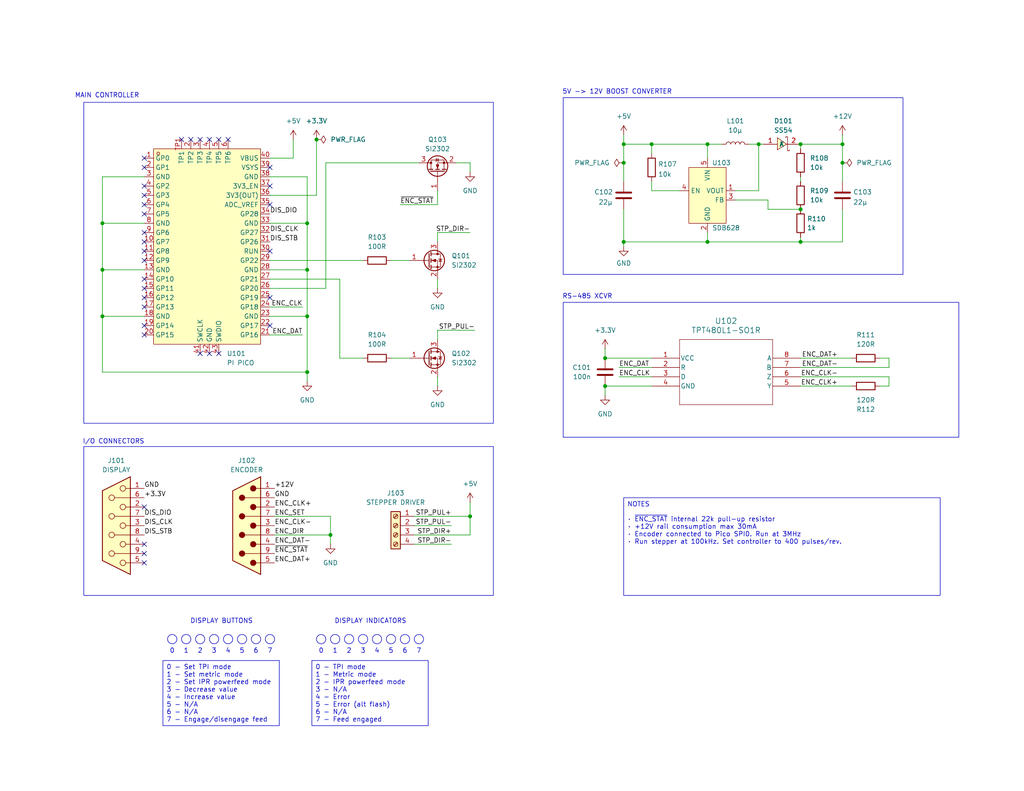
<source format=kicad_sch>
(kicad_sch (version 20231120) (generator "eeschema") (generator_version "8.0")
  (paper "USLetter")
  (title_block (title "ELS interface") (date "2024-11-20") (rev "1"))
  (lib_symbols
    (symbol "2024-11-20_13-32-39:TPT480L1-SO1R" (pin_names (offset 0.254))
      (property "Reference" "U" (at 20.32 10.16 0))
      (property "Value" "TPT480L1-SO1R" (at 20.32 7.62 0))
      (symbol "TPT480L1-SO1R_0_1"
        (polyline (pts (xy 7.62 -12.7) (xy 33.02 -12.7)) (stroke (width 0.127)))
        (polyline (pts (xy 7.62 5.08) (xy 7.62 -12.7)) (stroke (width 0.127)))
        (polyline (pts (xy 33.02 -12.7) (xy 33.02 5.08)) (stroke (width 0.127)))
        (polyline (pts (xy 33.02 5.08) (xy 7.62 5.08)) (stroke (width 0.127)))
        (pin power_in line (at 0 0 0) (length 7.62) (name "VCC") (number "1"))
        (pin output line (at 0 -2.54 0) (length 7.62) (name "R") (number "2"))
        (pin input line (at 0 -5.08 0) (length 7.62) (name "D") (number "3"))
        (pin power_out line (at 0 -7.62 0) (length 7.62) (name "GND") (number "4"))
        (pin output line (at 40.64 -7.62 180) (length 7.62) (name "Y") (number "5"))
        (pin output line (at 40.64 -5.08 180) (length 7.62) (name "Z") (number "6"))
        (pin input line (at 40.64 -2.54 180) (length 7.62) (name "B") (number "7"))
        (pin input line (at 40.64 0 180) (length 7.62) (name "A") (number "8"))
      )
    )
    (symbol "Connector:DE9_Plug" (pin_names (offset 1.016) hide)
      (property "Reference" "J" (at 0 13.97 0))
      (property "Value" "DE9_Plug" (at 0 -14.605 0))
      (symbol "DE9_Plug_0_1"
        (circle (center -1.778 -10.16) (radius 0.762) (fill (type outline)))
        (circle (center -1.778 -5.08) (radius 0.762) (fill (type outline)))
        (circle (center -1.778 0) (radius 0.762) (fill (type outline)))
        (circle (center -1.778 5.08) (radius 0.762) (fill (type outline)))
        (circle (center -1.778 10.16) (radius 0.762) (fill (type outline)))
        (polyline (pts (xy -3.81 -10.16) (xy -2.54 -10.16)))
        (polyline (pts (xy -3.81 -7.62) (xy 0.508 -7.62)))
        (polyline (pts (xy -3.81 -5.08) (xy -2.54 -5.08)))
        (polyline (pts (xy -3.81 -2.54) (xy 0.508 -2.54)))
        (polyline (pts (xy -3.81 0) (xy -2.54 0)))
        (polyline (pts (xy -3.81 2.54) (xy 0.508 2.54)))
        (polyline (pts (xy -3.81 5.08) (xy -2.54 5.08)))
        (polyline (pts (xy -3.81 7.62) (xy 0.508 7.62)))
        (polyline (pts (xy -3.81 10.16) (xy -2.54 10.16)))
        (polyline (pts (xy -3.81 -13.335) (xy -3.81 13.335) (xy 3.81 9.525) (xy 3.81 -9.525) (xy -3.81 -13.335)) (stroke (width 0.254)) (fill (type background)))
        (circle (center 1.27 -7.62) (radius 0.762) (fill (type outline)))
        (circle (center 1.27 -2.54) (radius 0.762) (fill (type outline)))
        (circle (center 1.27 2.54) (radius 0.762) (fill (type outline)))
        (circle (center 1.27 7.62) (radius 0.762) (fill (type outline)))
      )
      (symbol "DE9_Plug_1_1"
        (pin passive line (at -7.62 -10.16 0) (length 3.81) (name "1") (number "1"))
        (pin passive line (at -7.62 -5.08 0) (length 3.81) (name "2") (number "2"))
        (pin passive line (at -7.62 0 0) (length 3.81) (name "3") (number "3"))
        (pin passive line (at -7.62 5.08 0) (length 3.81) (name "4") (number "4"))
        (pin passive line (at -7.62 10.16 0) (length 3.81) (name "5") (number "5"))
        (pin passive line (at -7.62 -7.62 0) (length 3.81) (name "6") (number "6"))
        (pin passive line (at -7.62 -2.54 0) (length 3.81) (name "7") (number "7"))
        (pin passive line (at -7.62 2.54 0) (length 3.81) (name "8") (number "8"))
        (pin passive line (at -7.62 7.62 0) (length 3.81) (name "9") (number "9"))
      )
    )
    (symbol "Connector:DE9_Receptacle" (pin_names (offset 1.016) hide)
      (property "Reference" "J" (at 0 13.97 0))
      (property "Value" "DE9_Receptacle" (at 0 -14.605 0))
      (symbol "DE9_Receptacle_0_1"
        (circle (center -1.778 -10.16) (radius 0.762))
        (circle (center -1.778 -5.08) (radius 0.762))
        (circle (center -1.778 0) (radius 0.762))
        (circle (center -1.778 5.08) (radius 0.762))
        (circle (center -1.778 10.16) (radius 0.762))
        (polyline (pts (xy -3.81 -10.16) (xy -2.54 -10.16)))
        (polyline (pts (xy -3.81 -7.62) (xy 0.508 -7.62)))
        (polyline (pts (xy -3.81 -5.08) (xy -2.54 -5.08)))
        (polyline (pts (xy -3.81 -2.54) (xy 0.508 -2.54)))
        (polyline (pts (xy -3.81 0) (xy -2.54 0)))
        (polyline (pts (xy -3.81 2.54) (xy 0.508 2.54)))
        (polyline (pts (xy -3.81 5.08) (xy -2.54 5.08)))
        (polyline (pts (xy -3.81 7.62) (xy 0.508 7.62)))
        (polyline (pts (xy -3.81 10.16) (xy -2.54 10.16)))
        (polyline (pts (xy -3.81 13.335) (xy -3.81 -13.335) (xy 3.81 -9.525) (xy 3.81 9.525) (xy -3.81 13.335)) (stroke (width 0.254)) (fill (type background)))
        (circle (center 1.27 -7.62) (radius 0.762))
        (circle (center 1.27 -2.54) (radius 0.762))
        (circle (center 1.27 2.54) (radius 0.762))
        (circle (center 1.27 7.62) (radius 0.762))
      )
      (symbol "DE9_Receptacle_1_1"
        (pin passive line (at -7.62 10.16 0) (length 3.81) (name "1") (number "1"))
        (pin passive line (at -7.62 5.08 0) (length 3.81) (name "2") (number "2"))
        (pin passive line (at -7.62 0 0) (length 3.81) (name "3") (number "3"))
        (pin passive line (at -7.62 -5.08 0) (length 3.81) (name "4") (number "4"))
        (pin passive line (at -7.62 -10.16 0) (length 3.81) (name "5") (number "5"))
        (pin passive line (at -7.62 7.62 0) (length 3.81) (name "6") (number "6"))
        (pin passive line (at -7.62 2.54 0) (length 3.81) (name "7") (number "7"))
        (pin passive line (at -7.62 -2.54 0) (length 3.81) (name "8") (number "8"))
        (pin passive line (at -7.62 -7.62 0) (length 3.81) (name "9") (number "9"))
      )
    )
    (symbol "Connector:Screw_Terminal_01x04" (pin_names (offset 1.016) hide)
      (property "Reference" "J" (at 0 5.08 0))
      (property "Value" "Screw_Terminal_01x04" (at 0 -7.62 0))
      (symbol "Screw_Terminal_01x04_1_1"
        (rectangle (start -1.27 3.81) (end 1.27 -6.35) (stroke (width 0.254)) (fill (type background)))
        (circle (center 0 -5.08) (radius 0.635) (stroke (width 0.1524)))
        (circle (center 0 -2.54) (radius 0.635) (stroke (width 0.1524)))
        (polyline (pts (xy -0.5334 -4.7498) (xy 0.3302 -5.588)) (stroke (width 0.1524)))
        (polyline (pts (xy -0.5334 -2.2098) (xy 0.3302 -3.048)) (stroke (width 0.1524)))
        (polyline (pts (xy -0.5334 0.3302) (xy 0.3302 -0.508)) (stroke (width 0.1524)))
        (polyline (pts (xy -0.5334 2.8702) (xy 0.3302 2.032)) (stroke (width 0.1524)))
        (polyline (pts (xy -0.3556 -4.572) (xy 0.508 -5.4102)) (stroke (width 0.1524)))
        (polyline (pts (xy -0.3556 -2.032) (xy 0.508 -2.8702)) (stroke (width 0.1524)))
        (polyline (pts (xy -0.3556 0.508) (xy 0.508 -0.3302)) (stroke (width 0.1524)))
        (polyline (pts (xy -0.3556 3.048) (xy 0.508 2.2098)) (stroke (width 0.1524)))
        (circle (center 0 0) (radius 0.635) (stroke (width 0.1524)))
        (circle (center 0 2.54) (radius 0.635) (stroke (width 0.1524)))
        (pin passive line (at -5.08 2.54 0) (length 3.81) (name "Pin_1") (number "1"))
        (pin passive line (at -5.08 0 0) (length 3.81) (name "Pin_2") (number "2"))
        (pin passive line (at -5.08 -2.54 0) (length 3.81) (name "Pin_3") (number "3"))
        (pin passive line (at -5.08 -5.08 0) (length 3.81) (name "Pin_4") (number "4"))
      )
    )
    (symbol "Device:C" (pin_numbers hide) (pin_names (offset 0.254))
      (property "Reference" "C" (at 0.635 2.54 0))
      (property "Value" "C" (at 0.635 -2.54 0))
      (symbol "C_0_1"
        (polyline (pts (xy -2.032 -0.762) (xy 2.032 -0.762)) (stroke (width 0.508)))
        (polyline (pts (xy -2.032 0.762) (xy 2.032 0.762)) (stroke (width 0.508)))
      )
      (symbol "C_1_1"
        (pin passive line (at 0 3.81 270) (length 2.794) (name "~") (number "1"))
        (pin passive line (at 0 -3.81 90) (length 2.794) (name "~") (number "2"))
      )
    )
    (symbol "Device:L" (pin_numbers hide) (pin_names (offset 1.016) hide)
      (property "Reference" "L" (at -1.27 0 90))
      (property "Value" "L" (at 1.905 0 90))
      (symbol "L_0_1"
        (arc (start 0 -2.54) (mid 0.6323 -1.905) (end 0 -1.27))
        (arc (start 0 -1.27) (mid 0.6323 -0.635) (end 0 0))
        (arc (start 0 0) (mid 0.6323 0.635) (end 0 1.27))
        (arc (start 0 1.27) (mid 0.6323 1.905) (end 0 2.54))
      )
      (symbol "L_1_1"
        (pin passive line (at 0 3.81 270) (length 1.27) (name "1") (number "1"))
        (pin passive line (at 0 -3.81 90) (length 1.27) (name "2") (number "2"))
      )
    )
    (symbol "Device:Q_NMOS_GSD" (pin_names (offset 0) hide)
      (property "Reference" "Q" (at 5.08 1.27 0))
      (property "Value" "Q_NMOS_GSD" (at 5.08 -1.27 0))
      (symbol "Q_NMOS_GSD_0_1"
        (polyline (pts (xy 0.254 0) (xy -2.54 0)))
        (polyline (pts (xy 0.254 1.905) (xy 0.254 -1.905)) (stroke (width 0.254)))
        (polyline (pts (xy 0.762 -1.27) (xy 0.762 -2.286)) (stroke (width 0.254)))
        (polyline (pts (xy 0.762 0.508) (xy 0.762 -0.508)) (stroke (width 0.254)))
        (polyline (pts (xy 0.762 2.286) (xy 0.762 1.27)) (stroke (width 0.254)))
        (polyline (pts (xy 2.54 2.54) (xy 2.54 1.778)))
        (polyline (pts (xy 2.54 -2.54) (xy 2.54 0) (xy 0.762 0)))
        (polyline (pts (xy 0.762 -1.778) (xy 3.302 -1.778) (xy 3.302 1.778) (xy 0.762 1.778)))
        (polyline (pts (xy 1.016 0) (xy 2.032 0.381) (xy 2.032 -0.381) (xy 1.016 0)) (fill (type outline)))
        (polyline (pts (xy 2.794 0.508) (xy 2.921 0.381) (xy 3.683 0.381) (xy 3.81 0.254)))
        (polyline (pts (xy 3.302 0.381) (xy 2.921 -0.254) (xy 3.683 -0.254) (xy 3.302 0.381)))
        (circle (center 1.651 0) (radius 2.794) (stroke (width 0.254)))
        (circle (center 2.54 -1.778) (radius 0.254) (fill (type outline)))
        (circle (center 2.54 1.778) (radius 0.254) (fill (type outline)))
      )
      (symbol "Q_NMOS_GSD_1_1"
        (pin input line (at -5.08 0 0) (length 2.54) (name "G") (number "1"))
        (pin passive line (at 2.54 -5.08 90) (length 2.54) (name "S") (number "2"))
        (pin passive line (at 2.54 5.08 270) (length 2.54) (name "D") (number "3"))
      )
    )
    (symbol "Device:R" (pin_numbers hide) (pin_names (offset 0))
      (property "Reference" "R" (at 2.032 0 90))
      (property "Value" "R" (at 0 0 90))
      (symbol "R_0_1"
        (rectangle (start -1.016 -2.54) (end 1.016 2.54) (stroke (width 0.254)))
      )
      (symbol "R_1_1"
        (pin passive line (at 0 3.81 270) (length 1.27) (name "~") (number "1"))
        (pin passive line (at 0 -3.81 90) (length 1.27) (name "~") (number "2"))
      )
    )
    (symbol "Regulator_Switching:SDB628"
      (property "Reference" "U" (at 3.81 3.81 0))
      (property "Value" "SDB628" (at 6.35 -13.97 0))
      (symbol "SDB628_0_1"
        (rectangle (start -3.81 2.54) (end 6.35 -12.7) (stroke (width 0.1524)) (fill (type background)))
      )
      (symbol "SDB628_1_1"
        (pin power_out line (at 8.89 -3.81 180) (length 2.54) (name "VOUT") (number "1"))
        (pin power_in line (at 1.27 -15.24 90) (length 2.54) (name "GND") (number "2"))
        (pin input line (at 8.89 -6.35 180) (length 2.54) (name "FB") (number "3"))
        (pin input line (at -6.35 -3.81 0) (length 2.54) (name "EN") (number "4"))
        (pin power_in line (at 1.27 5.08 270) (length 2.54) (name "VIN") (number "5"))
      )
    )
    (symbol "easyeda2kicad:PICO"
      (property "Reference" "U" (at 0 34.29 0))
      (property "Value" "PICO" (at 0 -34.29 0))
      (symbol "PICO_0_1"
        (rectangle (start -15.24 26.67) (end 13.97 -26.67) (fill (type background)))
        (circle (center -13.97 25.4) (radius 0.38))
        (pin unspecified line (at -17.78 24.13 0) (length 2.54) (name "GP0") (number "1"))
        (pin unspecified line (at -17.78 1.27 0) (length 2.54) (name "GP7") (number "10"))
        (pin unspecified line (at -17.78 -1.27 0) (length 2.54) (name "GP8") (number "11"))
        (pin unspecified line (at -17.78 -3.81 0) (length 2.54) (name "GP9") (number "12"))
        (pin unspecified line (at -17.78 -6.35 0) (length 2.54) (name "GND") (number "13"))
        (pin unspecified line (at -17.78 -8.89 0) (length 2.54) (name "GP10") (number "14"))
        (pin unspecified line (at -17.78 -11.43 0) (length 2.54) (name "GP11") (number "15"))
        (pin unspecified line (at -17.78 -13.97 0) (length 2.54) (name "GP12") (number "16"))
        (pin unspecified line (at -17.78 -16.51 0) (length 2.54) (name "GP13") (number "17"))
        (pin unspecified line (at -17.78 -19.05 0) (length 2.54) (name "GND") (number "18"))
        (pin unspecified line (at -17.78 -21.59 0) (length 2.54) (name "GP14") (number "19"))
        (pin unspecified line (at -17.78 21.59 0) (length 2.54) (name "GP1") (number "2"))
        (pin unspecified line (at -5.08 29.21 270) (length 2.54) (name "TP2") (number "2"))
        (pin unspecified line (at -17.78 -24.13 0) (length 2.54) (name "GP15") (number "20"))
        (pin unspecified line (at 16.51 -24.13 180) (length 2.54) (name "GP16") (number "21"))
        (pin unspecified line (at 16.51 -21.59 180) (length 2.54) (name "GP17") (number "22"))
        (pin unspecified line (at 16.51 -19.05 180) (length 2.54) (name "GND") (number "23"))
        (pin unspecified line (at 16.51 -16.51 180) (length 2.54) (name "GP18") (number "24"))
        (pin unspecified line (at 16.51 -13.97 180) (length 2.54) (name "GP19") (number "25"))
        (pin unspecified line (at 16.51 -11.43 180) (length 2.54) (name "GP20") (number "26"))
        (pin unspecified line (at 16.51 -8.89 180) (length 2.54) (name "GP21") (number "27"))
        (pin unspecified line (at 16.51 -6.35 180) (length 2.54) (name "GND") (number "28"))
        (pin unspecified line (at 16.51 -3.81 180) (length 2.54) (name "GP22") (number "29"))
        (pin unspecified line (at -17.78 19.05 0) (length 2.54) (name "GND") (number "3"))
        (pin unspecified line (at -2.54 29.21 270) (length 2.54) (name "TP3") (number "3"))
        (pin unspecified line (at 16.51 -1.27 180) (length 2.54) (name "RUN") (number "30"))
        (pin unspecified line (at 16.51 1.27 180) (length 2.54) (name "GP26") (number "31"))
        (pin unspecified line (at 16.51 3.81 180) (length 2.54) (name "GP27") (number "32"))
        (pin unspecified line (at 16.51 6.35 180) (length 2.54) (name "GND") (number "33"))
        (pin unspecified line (at 16.51 8.89 180) (length 2.54) (name "GP28") (number "34"))
        (pin unspecified line (at 16.51 11.43 180) (length 2.54) (name "ADC_VREF") (number "35"))
        (pin unspecified line (at 16.51 13.97 180) (length 2.54) (name "3V3(OUT)") (number "36"))
        (pin unspecified line (at 16.51 16.51 180) (length 2.54) (name "3V3_EN") (number "37"))
        (pin unspecified line (at 16.51 19.05 180) (length 2.54) (name "GND") (number "38"))
        (pin unspecified line (at 16.51 21.59 180) (length 2.54) (name "VSYS") (number "39"))
        (pin unspecified line (at -17.78 16.51 0) (length 2.54) (name "GP2") (number "4"))
        (pin unspecified line (at 0 29.21 270) (length 2.54) (name "TP4") (number "4"))
        (pin unspecified line (at 16.51 24.13 180) (length 2.54) (name "VBUS") (number "40"))
        (pin unspecified line (at -2.54 -29.21 90) (length 2.54) (name "SWCLK") (number "41"))
        (pin unspecified line (at 0 -29.21 90) (length 2.54) (name "GND") (number "42"))
        (pin unspecified line (at 2.54 -29.21 90) (length 2.54) (name "SWDIO") (number "43"))
        (pin unspecified line (at -17.78 13.97 0) (length 2.54) (name "GP3") (number "5"))
        (pin unspecified line (at 2.54 29.21 270) (length 2.54) (name "TP5") (number "5"))
        (pin unspecified line (at -17.78 11.43 0) (length 2.54) (name "GP4") (number "6"))
        (pin unspecified line (at 5.08 29.21 270) (length 2.54) (name "TP6") (number "6"))
        (pin unspecified line (at -17.78 8.89 0) (length 2.54) (name "GP5") (number "7"))
        (pin unspecified line (at -17.78 6.35 0) (length 2.54) (name "GND") (number "8"))
        (pin unspecified line (at -17.78 3.81 0) (length 2.54) (name "GP6") (number "9"))
        (pin unspecified line (at -7.62 29.21 270) (length 2.54) (name "TP1") (number "TP1"))
      )
    )
    (symbol "easyeda2kicad:SS54_C22452"
      (property "Reference" "D" (at 0 5.08 0))
      (property "Value" "SS54_C22452" (at 0 -5.08 0))
      (symbol "SS54_C22452_0_1"
        (polyline (pts (xy 1.27 1.52) (xy -1.27 0) (xy 1.27 -1.78) (xy 1.27 1.52)) (fill (type background)))
        (polyline (pts (xy -2.03 1.52) (xy -2.03 1.78) (xy -1.52 1.78) (xy -1.52 -2.03) (xy -1.02 -2.03) (xy -1.02 -1.78)))
        (pin unspecified line (at 5.08 0 180) (length 3.81) (name "A") (number "1"))
        (pin unspecified line (at -5.08 0 0) (length 3.81) (name "K") (number "2"))
      )
    )
    (symbol "power:+12V" (power) (pin_numbers hide) (pin_names (offset 0) hide)
      (property "Value" "+12V" (at 0 3.556 0))
      (symbol "+12V_0_1"
        (polyline (pts (xy -0.762 1.27) (xy 0 2.54)))
        (polyline (pts (xy 0 0) (xy 0 2.54)))
        (polyline (pts (xy 0 2.54) (xy 0.762 1.27)))
      )
      (symbol "+12V_1_1"
        (pin power_in line (at 0 0 90) (length 0) (name "~") (number "1"))
      )
    )
    (symbol "power:+3.3V" (power) (pin_numbers hide) (pin_names (offset 0) hide)
      (property "Value" "+3.3V" (at 0 3.556 0))
      (symbol "+3.3V_0_1"
        (polyline (pts (xy -0.762 1.27) (xy 0 2.54)))
        (polyline (pts (xy 0 0) (xy 0 2.54)))
        (polyline (pts (xy 0 2.54) (xy 0.762 1.27)))
      )
      (symbol "+3.3V_1_1"
        (pin power_in line (at 0 0 90) (length 0) (name "~") (number "1"))
      )
    )
    (symbol "power:+5V" (power) (pin_numbers hide) (pin_names (offset 0) hide)
      (property "Value" "+5V" (at 0 3.556 0))
      (symbol "+5V_0_1"
        (polyline (pts (xy -0.762 1.27) (xy 0 2.54)))
        (polyline (pts (xy 0 0) (xy 0 2.54)))
        (polyline (pts (xy 0 2.54) (xy 0.762 1.27)))
      )
      (symbol "+5V_1_1"
        (pin power_in line (at 0 0 90) (length 0) (name "~") (number "1"))
      )
    )
    (symbol "power:GND" (power) (pin_numbers hide) (pin_names (offset 0) hide)
      (property "Value" "GND" (at 0 -3.81 0))
      (symbol "GND_0_1"
        (polyline (pts (xy 0 0) (xy 0 -1.27) (xy 1.27 -1.27) (xy 0 -2.54) (xy -1.27 -1.27) (xy 0 -1.27)))
      )
      (symbol "GND_1_1"
        (pin power_in line (at 0 0 270) (length 0) (name "~") (number "1"))
      )
    )
    (symbol "power:PWR_FLAG" (power) (pin_numbers hide) (pin_names (offset 0) hide)
      (property "Value" "PWR_FLAG" (at 0 3.81 0))
      (symbol "PWR_FLAG_0_0"
        (pin power_out line (at 0 0 90) (length 0) (name "~") (number "1"))
      )
      (symbol "PWR_FLAG_0_1"
        (polyline (pts (xy 0 0) (xy 0 1.27) (xy -1.016 1.905) (xy 0 2.54) (xy 1.016 1.905) (xy 0 1.27)))
      )
    )
  )
  (junction (at 177.8 39.37))
  (junction (at 83.82 101.6))
  (junction (at 27.94 60.96))
  (junction (at 218.44 39.37))
  (junction (at 90.17 146.05))
  (junction (at 218.44 57.15))
  (junction (at 170.18 44.45))
  (junction (at 27.94 73.66))
  (junction (at 218.44 66.04))
  (junction (at 229.87 44.45))
  (junction (at 193.04 66.04))
  (junction (at 165.1 105.41))
  (junction (at 170.18 39.37))
  (junction (at 229.87 39.37))
  (junction (at 170.18 66.04))
  (junction (at 207.01 39.37))
  (junction (at 83.82 86.36))
  (junction (at 193.04 39.37))
  (junction (at 83.82 73.66))
  (junction (at 128.27 140.97))
  (junction (at 165.1 97.79))
  (junction (at 83.82 60.96))
  (junction (at 27.94 86.36))
  (junction (at 86.36 38.1))
  (no_connect (at 73.66 45.72))
  (no_connect (at 62.23 38.1))
  (no_connect (at 57.15 96.52))
  (no_connect (at 39.37 63.5))
  (no_connect (at 59.69 38.1))
  (no_connect (at 54.61 96.52))
  (no_connect (at 59.69 96.52))
  (no_connect (at 57.15 38.1))
  (no_connect (at 39.37 50.8))
  (no_connect (at 39.37 78.74))
  (no_connect (at 54.61 38.1))
  (no_connect (at 73.66 50.8))
  (no_connect (at 39.37 88.9))
  (no_connect (at 39.37 53.34))
  (no_connect (at 73.66 88.9))
  (no_connect (at 39.37 153.67))
  (no_connect (at 39.37 58.42))
  (no_connect (at 39.37 148.59))
  (no_connect (at 39.37 83.82))
  (no_connect (at 39.37 91.44))
  (no_connect (at 39.37 43.18))
  (no_connect (at 73.66 68.58))
  (no_connect (at 39.37 45.72))
  (no_connect (at 73.66 55.88))
  (no_connect (at 39.37 138.43))
  (no_connect (at 39.37 66.04))
  (no_connect (at 39.37 76.2))
  (no_connect (at 39.37 81.28))
  (no_connect (at 39.37 71.12))
  (no_connect (at 39.37 151.13))
  (no_connect (at 73.66 81.28))
  (no_connect (at 52.07 38.1))
  (no_connect (at 49.53 38.1))
  (no_connect (at 39.37 55.88))
  (no_connect (at 39.37 68.58))
  (wire (pts (xy 73.66 78.74) (xy 88.9 78.74)))
  (wire (pts (xy 128.27 146.05) (xy 128.27 140.97)))
  (wire (pts (xy 119.38 63.5) (xy 119.38 66.04)))
  (wire (pts (xy 170.18 49.53) (xy 170.18 44.45)))
  (wire (pts (xy 218.44 39.37) (xy 218.44 40.64)))
  (wire (pts (xy 165.1 95.25) (xy 165.1 97.79)))
  (wire (pts (xy 86.36 38.1) (xy 86.36 53.34)))
  (wire (pts (xy 165.1 105.41) (xy 177.8 105.41)))
  (wire (pts (xy 27.94 73.66) (xy 39.37 73.66)))
  (wire (pts (xy 218.44 64.77) (xy 218.44 66.04)))
  (wire (pts (xy 229.87 44.45) (xy 229.87 49.53)))
  (wire (pts (xy 119.38 76.2) (xy 119.38 78.74)))
  (wire (pts (xy 73.66 48.26) (xy 83.82 48.26)))
  (wire (pts (xy 128.27 63.5) (xy 119.38 63.5)))
  (wire (pts (xy 165.1 97.79) (xy 177.8 97.79)))
  (wire (pts (xy 240.03 97.79) (xy 242.57 97.79)))
  (wire (pts (xy 207.01 39.37) (xy 208.28 39.37)))
  (wire (pts (xy 90.17 146.05) (xy 90.17 148.59)))
  (wire (pts (xy 170.18 67.31) (xy 170.18 66.04)))
  (wire (pts (xy 73.66 76.2) (xy 92.71 76.2)))
  (wire (pts (xy 242.57 100.33) (xy 242.57 97.79)))
  (wire (pts (xy 73.66 60.96) (xy 83.82 60.96)))
  (wire (pts (xy 185.42 52.07) (xy 177.8 52.07)))
  (wire (pts (xy 88.9 78.74) (xy 88.9 44.45)))
  (wire (pts (xy 106.68 97.79) (xy 111.76 97.79)))
  (wire (pts (xy 39.37 48.26) (xy 27.94 48.26)))
  (wire (pts (xy 129.54 90.17) (xy 119.38 90.17)))
  (wire (pts (xy 218.44 102.87) (xy 242.57 102.87)))
  (wire (pts (xy 119.38 55.88) (xy 119.38 52.07)))
  (wire (pts (xy 73.66 73.66) (xy 83.82 73.66)))
  (wire (pts (xy 200.66 52.07) (xy 207.01 52.07)))
  (wire (pts (xy 128.27 46.99) (xy 128.27 44.45)))
  (wire (pts (xy 168.91 102.87) (xy 177.8 102.87)))
  (wire (pts (xy 165.1 105.41) (xy 165.1 107.95)))
  (wire (pts (xy 109.22 55.88) (xy 119.38 55.88)))
  (wire (pts (xy 229.87 66.04) (xy 229.87 57.15)))
  (wire (pts (xy 83.82 48.26) (xy 83.82 60.96)))
  (wire (pts (xy 218.44 97.79) (xy 232.41 97.79)))
  (wire (pts (xy 83.82 101.6) (xy 83.82 104.14)))
  (wire (pts (xy 240.03 105.41) (xy 242.57 105.41)))
  (wire (pts (xy 80.01 43.18) (xy 80.01 38.1)))
  (wire (pts (xy 27.94 101.6) (xy 83.82 101.6)))
  (wire (pts (xy 177.8 49.53) (xy 177.8 52.07)))
  (wire (pts (xy 119.38 90.17) (xy 119.38 92.71)))
  (wire (pts (xy 168.91 100.33) (xy 177.8 100.33)))
  (wire (pts (xy 82.55 83.82) (xy 73.66 83.82)))
  (wire (pts (xy 170.18 66.04) (xy 193.04 66.04)))
  (wire (pts (xy 170.18 39.37) (xy 177.8 39.37)))
  (wire (pts (xy 74.93 146.05) (xy 90.17 146.05)))
  (wire (pts (xy 82.55 91.44) (xy 73.66 91.44)))
  (wire (pts (xy 113.03 140.97) (xy 128.27 140.97)))
  (wire (pts (xy 204.47 39.37) (xy 207.01 39.37)))
  (wire (pts (xy 177.8 39.37) (xy 177.8 41.91)))
  (wire (pts (xy 207.01 52.07) (xy 207.01 39.37)))
  (wire (pts (xy 123.19 148.59) (xy 113.03 148.59)))
  (wire (pts (xy 218.44 105.41) (xy 232.41 105.41)))
  (wire (pts (xy 83.82 60.96) (xy 83.82 73.66)))
  (wire (pts (xy 73.66 53.34) (xy 86.36 53.34)))
  (wire (pts (xy 218.44 39.37) (xy 229.87 39.37)))
  (wire (pts (xy 128.27 140.97) (xy 128.27 137.16)))
  (wire (pts (xy 242.57 105.41) (xy 242.57 102.87)))
  (wire (pts (xy 218.44 100.33) (xy 242.57 100.33)))
  (wire (pts (xy 170.18 44.45) (xy 170.18 39.37)))
  (wire (pts (xy 170.18 66.04) (xy 170.18 57.15)))
  (wire (pts (xy 90.17 140.97) (xy 90.17 146.05)))
  (wire (pts (xy 177.8 39.37) (xy 193.04 39.37)))
  (wire (pts (xy 27.94 86.36) (xy 39.37 86.36)))
  (wire (pts (xy 73.66 43.18) (xy 80.01 43.18)))
  (wire (pts (xy 88.9 44.45) (xy 114.3 44.45)))
  (wire (pts (xy 229.87 36.83) (xy 229.87 39.37)))
  (wire (pts (xy 83.82 73.66) (xy 83.82 86.36)))
  (wire (pts (xy 170.18 36.83) (xy 170.18 39.37)))
  (wire (pts (xy 113.03 146.05) (xy 128.27 146.05)))
  (wire (pts (xy 73.66 71.12) (xy 99.06 71.12)))
  (wire (pts (xy 218.44 66.04) (xy 229.87 66.04)))
  (wire (pts (xy 119.38 102.87) (xy 119.38 105.41)))
  (wire (pts (xy 106.68 71.12) (xy 111.76 71.12)))
  (wire (pts (xy 209.55 57.15) (xy 209.55 54.61)))
  (wire (pts (xy 229.87 39.37) (xy 229.87 44.45)))
  (wire (pts (xy 27.94 73.66) (xy 27.94 86.36)))
  (wire (pts (xy 27.94 60.96) (xy 27.94 73.66)))
  (wire (pts (xy 27.94 60.96) (xy 39.37 60.96)))
  (wire (pts (xy 92.71 97.79) (xy 99.06 97.79)))
  (wire (pts (xy 92.71 76.2) (xy 92.71 97.79)))
  (wire (pts (xy 193.04 39.37) (xy 193.04 43.18)))
  (wire (pts (xy 193.04 66.04) (xy 193.04 63.5)))
  (wire (pts (xy 27.94 86.36) (xy 27.94 101.6)))
  (wire (pts (xy 73.66 86.36) (xy 83.82 86.36)))
  (wire (pts (xy 218.44 57.15) (xy 209.55 57.15)))
  (wire (pts (xy 218.44 48.26) (xy 218.44 49.53)))
  (wire (pts (xy 27.94 48.26) (xy 27.94 60.96)))
  (wire (pts (xy 74.93 140.97) (xy 90.17 140.97)))
  (wire (pts (xy 193.04 66.04) (xy 218.44 66.04)))
  (wire (pts (xy 196.85 39.37) (xy 193.04 39.37)))
  (wire (pts (xy 123.19 143.51) (xy 113.03 143.51)))
  (wire (pts (xy 83.82 86.36) (xy 83.82 101.6)))
  (wire (pts (xy 200.66 54.61) (xy 209.55 54.61)))
  (wire (pts (xy 128.27 44.45) (xy 124.46 44.45)))
  (circle (center 102.87 174.498) (radius 1.27))
  (circle (center 62.23 174.498) (radius 1.27))
  (rectangle (start 153.67 26.67) (end 246.38 74.93))
  (circle (center 87.63 174.498) (radius 1.27))
  (circle (center 95.25 174.498) (radius 1.27))
  (circle (center 58.42 174.498) (radius 1.27))
  (circle (center 69.85 174.498) (radius 1.27))
  (rectangle (start 22.86 121.92) (end 134.62 162.56))
  (rectangle (start 153.67 82.55) (end 261.62 119.38))
  (circle (center 91.44 174.498) (radius 1.27))
  (rectangle (start 22.86 27.94) (end 134.62 115.57))
  (circle (center 110.49 174.498) (radius 1.27))
  (circle (center 54.61 174.498) (radius 1.27))
  (circle (center 114.3 174.498) (radius 1.27))
  (circle (center 99.06 174.498) (radius 1.27))
  (circle (center 46.99 174.498) (radius 1.27))
  (circle (center 50.8 174.498) (radius 1.27))
  (circle (center 106.68 174.498) (radius 1.27))
  (circle (center 66.04 174.498) (radius 1.27))
  (circle (center 73.66 174.498) (radius 1.27))
  (text_box "0 - TPI mode\n1 - Metric mode\n2 - IPR powerfeed mode\n3 - N/A\n4 - Error\n5 - Error (alt flash)\n6 - N/A\n7 - Feed engaged" (at 85.09 180.34 0) (size 31.75 17.78) (effects (font (size 1.27 1.27)) (justify left top)))
  (text_box "NOTES\n\n· ~{ENC_STAT} internal 22k pull-up resistor\n· +12V rail consumption max 30mA\n· Encoder connected to Pico SPI0. Run at 3MHz\n· Run stepper at 100kHz. Set controller to 400 pulses/rev." (at 170.18 135.89 0) (size 86.36 26.67) (effects (font (size 1.27 1.27)) (justify left top)))
  (text_box "0 - Set TPI mode\n1 - Set metric mode\n2 - Set IPR powerfeed mode\n3 - Decrease value\n4 - Increase value\n5 - N/A\n6 - N/A\n7 - Engage/disengage feed" (at 44.45 180.34 0) (size 31.75 17.78) (effects (font (size 1.27 1.27)) (justify left top)))
  (text "1" (at 91.44 177.8 0) (effects (font (size 1.27 1.27))))
  (text "3" (at 99.06 177.8 0) (effects (font (size 1.27 1.27))))
  (text "7" (at 114.3 177.8 0) (effects (font (size 1.27 1.27))))
  (text "4" (at 102.87 177.8 0) (effects (font (size 1.27 1.27))))
  (text "MAIN CONTROLLER" (at 29.21 26.162 0) (effects (font (size 1.27 1.27))))
  (text "3" (at 58.42 177.8 0) (effects (font (size 1.27 1.27))))
  (text "2" (at 95.25 177.8 0) (effects (font (size 1.27 1.27))))
  (text "DISPLAY INDICATORS" (at 101.092 169.672 0) (effects (font (size 1.27 1.27))))
  (text "DISPLAY BUTTONS" (at 60.452 169.672 0) (effects (font (size 1.27 1.27))))
  (text "5V -> 12V BOOST CONVERTER" (at 168.402 25.146 0) (effects (font (size 1.27 1.27))))
  (text "4" (at 62.23 177.8 0) (effects (font (size 1.27 1.27))))
  (text "5" (at 66.04 177.8 0) (effects (font (size 1.27 1.27))))
  (text "6" (at 69.85 177.8 0) (effects (font (size 1.27 1.27))))
  (text "0" (at 46.99 177.8 0) (effects (font (size 1.27 1.27))))
  (text "1" (at 50.8 177.8 0) (effects (font (size 1.27 1.27))))
  (text "5" (at 106.68 177.8 0) (effects (font (size 1.27 1.27))))
  (text "6" (at 110.49 177.8 0) (effects (font (size 1.27 1.27))))
  (text "2" (at 54.61 177.8 0) (effects (font (size 1.27 1.27))))
  (text "7" (at 73.66 177.8 0) (effects (font (size 1.27 1.27))))
  (text "I/O CONNECTORS" (at 30.988 120.65 0) (effects (font (size 1.27 1.27))))
  (text "RS-485 XCVR" (at 160.274 81.026 0) (effects (font (size 1.27 1.27))))
  (text "0" (at 87.63 177.8 0) (effects (font (size 1.27 1.27))))
  (label "ENC_DAT" (at 168.91 100.33 0))
  (label "GND" (at 39.37 133.35 0))
  (label "GND" (at 74.93 135.89 0))
  (label "+12V" (at 74.93 133.35 0))
  (label "DIS_DIO" (at 73.66 58.42 0))
  (label "~{ENC_STAT}" (at 74.93 151.13 0))
  (label "~{ENC_STAT}" (at 109.22 55.88 0))
  (label "STP_PUL-" (at 129.54 90.17 180))
  (label "DIS_DIO" (at 39.37 140.97 0))
  (label "ENC_DAT-" (at 74.93 148.59 0))
  (label "ENC_DAT" (at 82.55 91.44 180))
  (label "ENC_CLK" (at 168.91 102.87 0))
  (label "DIS_CLK" (at 39.37 143.51 0))
  (label "ENC_CLK-" (at 228.6 102.87 180))
  (label "STP_DIR-" (at 123.19 148.59 180))
  (label "ENC_DIR" (at 74.93 146.05 0))
  (label "DIS_STB" (at 73.66 66.04 0))
  (label "ENC_DAT-" (at 228.6 100.33 180))
  (label "ENC_CLK-" (at 74.93 143.51 0))
  (label "ENC_SET" (at 74.93 140.97 0))
  (label "STP_DIR+" (at 123.19 146.05 180))
  (label "ENC_CLK+" (at 74.93 138.43 0))
  (label "STP_DIR-" (at 128.27 63.5 180))
  (label "+3.3V" (at 39.37 135.89 0))
  (label "ENC_DAT+" (at 228.6 97.79 180))
  (label "ENC_CLK" (at 82.55 83.82 180))
  (label "ENC_DAT+" (at 74.93 153.67 0))
  (label "ENC_CLK+" (at 228.6 105.41 180))
  (label "STP_PUL+" (at 123.19 140.97 180))
  (label "DIS_CLK" (at 73.66 63.5 0))
  (label "STP_PUL-" (at 123.19 143.51 180))
  (label "DIS_STB" (at 39.37 146.05 0))
  (symbol (lib_id "power:PWR_FLAG") (at 170.18 44.45 90) (unit 1)
    (property "Reference" "#FLG0102" (effects (hide yes)))
    (property "Value" "PWR_FLAG" (at 166.37 44.4499 90) (effects (justify left)))
    (property "Description" "Special symbol for telling ERC where power comes from" (effects (hide yes)))
  )
  (symbol (lib_id "power:+12V") (at 229.87 36.83 0) (unit 1)
    (property "Reference" "#PWR0114" (effects (hide yes)))
    (property "Value" "+12V" (at 229.87 31.75 0))
    (property "Description" "Power symbol creates a global label with name \"+12V\"" (effects (hide yes)))
  )
  (symbol (lib_id "Device:R") (at 177.8 45.72 0) (unit 1)
    (property "Reference" "R107" (at 179.578 44.8115 0) (effects (justify left)))
    (property "Value" "10k" (at 179.578 47.5866 0) (effects (justify left)))
    (property "Footprint" "Resistor_SMD:R_1206_3216Metric_Pad1.30x1.75mm_HandSolder" (effects (hide yes)))
  )
  (symbol (lib_id "power:GND") (at 119.38 105.41 0) (unit 1)
    (property "Reference" "#PWR0107" (effects (hide yes)))
    (property "Value" "GND" (at 119.38 110.49 0))
    (property "Description" "Power symbol creates a global label with name \"GND\" , ground" (effects (hide yes)))
  )
  (symbol (lib_id "power:GND") (at 83.82 104.14 0) (unit 1)
    (property "Reference" "#PWR0103" (effects (hide yes)))
    (property "Value" "GND" (at 83.82 109.22 0))
    (property "Description" "Power symbol creates a global label with name \"GND\" , ground" (effects (hide yes)))
  )
  (symbol (lib_id "Device:R") (at 218.44 44.45 0) (unit 1)
    (property "Reference" "R108" (at 220.98 43.1799 0) (effects (justify left)))
    (property "Value" "10k" (at 220.98 45.7199 0) (effects (justify left)))
    (property "Footprint" "Resistor_SMD:R_1206_3216Metric_Pad1.30x1.75mm_HandSolder" (effects (hide yes)))
    (property "Description" "Resistor" (effects (hide yes)))
    (property "MPN" "C17902" (effects (hide yes)))
  )
  (symbol (lib_id "power:+3.3V") (at 86.36 38.1 0) (unit 1)
    (property "Reference" "#PWR0104" (effects (hide yes)))
    (property "Value" "+3.3V" (at 86.36 33.02 0))
    (property "Description" "Power symbol creates a global label with name \"+3.3V\"" (effects (hide yes)))
  )
  (symbol (lib_id "power:GND") (at 90.17 148.59 0) (unit 1)
    (property "Reference" "#PWR0105" (effects (hide yes)))
    (property "Value" "GND" (at 90.17 153.67 0))
    (property "Description" "Power symbol creates a global label with name \"GND\" , ground" (effects (hide yes)))
  )
  (symbol (lib_id "power:PWR_FLAG") (at 229.87 44.45 270) (unit 1)
    (property "Reference" "#FLG0103" (effects (hide yes)))
    (property "Value" "PWR_FLAG" (at 233.68 44.4499 90) (effects (justify left)))
    (property "Description" "Special symbol for telling ERC where power comes from" (effects (hide yes)))
  )
  (symbol (lib_id "power:+3.3V") (at 165.1 95.25 0) (unit 1)
    (property "Reference" "#PWR0110" (effects (hide yes)))
    (property "Value" "+3.3V" (at 165.1 90.17 0))
    (property "Description" "Power symbol creates a global label with name \"+3.3V\"" (effects (hide yes)))
  )
  (symbol (lib_id "Device:L") (at 200.66 39.37 90) (unit 1)
    (property "Reference" "L101" (at 200.66 33.02 90))
    (property "Value" "10µ" (at 200.66 35.56 90))
    (property "Footprint" "Inductor_SMD:L_6.3x6.3_H3" (effects (hide yes)))
  )
  (symbol (lib_id "power:GND") (at 128.27 46.99 0) (unit 1)
    (property "Reference" "#PWR0108" (effects (hide yes)))
    (property "Value" "GND" (at 128.27 52.07 0))
    (property "Description" "Power symbol creates a global label with name \"GND\" , ground" (effects (hide yes)))
  )
  (symbol (lib_id "power:+5V") (at 170.18 36.83 0) (unit 1)
    (property "Reference" "#PWR0112" (effects (hide yes)))
    (property "Value" "+5V" (at 170.18 31.75 0))
    (property "Description" "Power symbol creates a global label with name \"+5V\"" (effects (hide yes)))
  )
  (symbol (lib_id "Regulator_Switching:SDB628") (at 191.77 48.26 0) (unit 1)
    (property "Reference" "U103" (at 196.85 44.45 0))
    (property "Value" "SDB628" (at 198.12 62.23 0))
    (property "Footprint" "Package_TO_SOT_SMD:SOT-23-6_Handsoldering" (effects (hide yes)))
    (property "Datasheet" "https://datasheetspdf.com/pdf-file/1088422/SHOUDING/SDB628/1" (effects (hide yes)))
  )
  (symbol (lib_id "Device:R") (at 102.87 97.79 90) (unit 1)
    (property "Reference" "R104" (at 102.87 91.44 90))
    (property "Value" "100R" (at 102.87 93.98 90))
    (property "Footprint" "Resistor_SMD:R_1206_3216Metric_Pad1.30x1.75mm_HandSolder" (effects (hide yes)))
    (property "Description" "Resistor" (effects (hide yes)))
    (property "MPN" "C17901" (effects (hide yes)))
  )
  (symbol (lib_id "Device:R") (at 236.22 97.79 90) (unit 1)
    (property "Reference" "R111" (at 236.22 91.44 90))
    (property "Value" "120R" (at 236.22 93.98 90))
    (property "Footprint" "Resistor_SMD:R_1206_3216Metric_Pad1.30x1.75mm_HandSolder" (effects (hide yes)))
    (property "Description" "Resistor" (effects (hide yes)))
  )
  (symbol (lib_id "Device:R") (at 218.44 53.34 0) (unit 1)
    (property "Reference" "R109" (at 220.98 52.0699 0) (effects (justify left)))
    (property "Value" "10k" (at 220.98 54.6099 0) (effects (justify left)))
    (property "Footprint" "Resistor_SMD:R_1206_3216Metric_Pad1.30x1.75mm_HandSolder" (effects (hide yes)))
    (property "Description" "Resistor" (effects (hide yes)))
    (property "MPN" "C17902" (effects (hide yes)))
  )
  (symbol (lib_id "Connector:DE9_Plug") (at 67.31 143.51 180) (unit 1)
    (property "Reference" "J102" (at 67.31 125.73 0))
    (property "Value" "ENCODER" (at 67.31 128.27 0))
    (property "Footprint" "Connector_Dsub:DSUB-9_Male_Horizontal_P2.77x2.84mm_EdgePinOffset7.70mm_Housed_MountingHolesOffset9.12mm" (effects (hide yes)))
    (property "Description" "9-pin male plug pin D-SUB connector" (effects (hide yes)))
  )
  (symbol (lib_id "power:+5V") (at 80.01 38.1 0) (unit 1)
    (property "Reference" "#PWR0102" (effects (hide yes)))
    (property "Value" "+5V" (at 80.01 33.02 0))
    (property "Description" "Power symbol creates a global label with name \"+5V\"" (effects (hide yes)))
  )
  (symbol (lib_id "Device:C") (at 229.87 53.34 0) (unit 1)
    (property "Reference" "C103" (at 232.791 52.4315 0) (effects (justify left)))
    (property "Value" "22µ" (at 232.791 55.2066 0) (effects (justify left)))
    (property "Footprint" "Capacitor_SMD:C_1206_3216Metric_Pad1.33x1.80mm_HandSolder" (effects (hide yes)))
  )
  (symbol (lib_id "Connector:DE9_Receptacle") (at 31.75 143.51 0) (mirror y) (unit 1)
    (property "Reference" "J101" (at 31.75 125.73 0))
    (property "Value" "DISPLAY" (at 31.75 128.27 0))
    (property "Footprint" "Connector_Dsub:DSUB-9_Female_Horizontal_P2.77x2.84mm_EdgePinOffset7.70mm_Housed_MountingHolesOffset9.12mm" (effects (hide yes)))
    (property "Description" "9-pin female receptacle socket D-SUB connector" (effects (hide yes)))
  )
  (symbol (lib_id "Device:R") (at 102.87 71.12 90) (unit 1)
    (property "Reference" "R103" (at 102.87 64.77 90))
    (property "Value" "100R" (at 102.87 67.31 90))
    (property "Footprint" "Resistor_SMD:R_1206_3216Metric_Pad1.30x1.75mm_HandSolder" (effects (hide yes)))
    (property "Description" "Resistor" (effects (hide yes)))
    (property "MPN" "C17901" (effects (hide yes)))
  )
  (symbol (lib_id "power:GND") (at 165.1 107.95 0) (unit 1)
    (property "Reference" "#PWR0111" (effects (hide yes)))
    (property "Value" "GND" (at 165.1 113.03 0))
    (property "Description" "Power symbol creates a global label with name \"GND\" , ground" (effects (hide yes)))
  )
  (symbol (lib_id "power:GND") (at 170.18 67.31 0) (unit 1)
    (property "Reference" "#PWR0113" (effects (hide yes)))
    (property "Value" "GND" (at 170.18 71.8725 0))
  )
  (symbol (lib_id "easyeda2kicad:SS54_C22452") (at 213.36 39.37 180) (unit 1)
    (property "Reference" "D101" (at 213.74 33.02 0))
    (property "Value" "SS54" (at 213.74 35.56 0))
    (property "Footprint" "easyeda2kicad:SMA_L4.4-W2.8-LS5.4-R-RD" (effects (hide yes)))
    (property "Datasheet" "https://lcsc.com/product-detail/Schottky-Barrier-Diodes-SBD_SS54_C22452.html" (effects (hide yes)))
    (property "LCSC Part" "C22452" (effects (hide yes)))
  )
  (symbol (lib_id "Device:R") (at 218.44 60.96 0) (unit 1)
    (property "Reference" "R110" (at 220.218 59.7478 0) (effects (justify left)))
    (property "Value" "1k" (at 220.218 62.1721 0) (effects (justify left)))
    (property "Footprint" "Resistor_SMD:R_1206_3216Metric_Pad1.30x1.75mm_HandSolder" (effects (hide yes)))
    (property "Description" "Resistor" (effects (hide yes)))
    (property "MPN" "C4410" (effects (hide yes)))
  )
  (symbol (lib_id "Device:C") (at 165.1 101.6 0) (mirror y) (unit 1)
    (property "Reference" "C101" (at 161.29 100.3299 0) (effects (justify left)))
    (property "Value" "100n" (at 161.29 102.8699 0) (effects (justify left)))
    (property "Footprint" "Capacitor_SMD:C_1206_3216Metric_Pad1.33x1.80mm_HandSolder" (effects (hide yes)))
    (property "Description" "Unpolarized capacitor" (effects (hide yes)))
    (property "MPN" "C15008" (effects (hide yes)))
  )
  (symbol (lib_id "Device:R") (at 236.22 105.41 90) (mirror x) (unit 1)
    (property "Reference" "R112" (at 236.22 111.76 90))
    (property "Value" "120R" (at 236.22 109.22 90))
    (property "Footprint" "Resistor_SMD:R_1206_3216Metric_Pad1.30x1.75mm_HandSolder" (effects (hide yes)))
    (property "Description" "Resistor" (effects (hide yes)))
  )
  (symbol (lib_id "Device:Q_NMOS_GSD") (at 116.84 71.12 0) (unit 1)
    (property "Reference" "Q101" (at 123.19 69.8499 0) (effects (justify left)))
    (property "Value" "SI2302" (at 123.19 72.3899 0) (effects (justify left)))
    (property "Footprint" "Package_TO_SOT_SMD:SOT-23_Handsoldering" (effects (hide yes)))
    (property "Description" "N-MOSFET transistor, gate/source/drain" (effects (hide yes)))
  )
  (symbol (lib_id "easyeda2kicad:PICO") (at 57.15 67.31 0) (unit 1)
    (property "Reference" "U101" (at 61.8841 96.52 0) (effects (justify left)))
    (property "Value" "PI PICO" (at 61.8841 99.06 0) (effects (justify left)))
    (property "Footprint" "easyeda2kicad:COMM-SMD_L51.0-W21.0-P2.54_SC0916" (effects (hide yes)))
    (property "LCSC Part" "C7203002" (effects (hide yes)))
  )
  (symbol (lib_id "power:+5V") (at 128.27 137.16 0) (unit 1)
    (property "Reference" "#PWR0109" (effects (hide yes)))
    (property "Value" "+5V" (at 128.27 132.08 0))
    (property "Description" "Power symbol creates a global label with name \"+5V\"" (effects (hide yes)))
  )
  (symbol (lib_id "power:GND") (at 119.38 78.74 0) (unit 1)
    (property "Reference" "#PWR0106" (effects (hide yes)))
    (property "Value" "GND" (at 119.38 83.82 0))
    (property "Description" "Power symbol creates a global label with name \"GND\" , ground" (effects (hide yes)))
  )
  (symbol (lib_id "Device:Q_NMOS_GSD") (at 119.38 46.99 90) (unit 1)
    (property "Reference" "Q103" (at 119.38 38.1 90))
    (property "Value" "SI2302" (at 119.38 40.64 90))
    (property "Footprint" "Package_TO_SOT_SMD:SOT-23_Handsoldering" (effects (hide yes)))
    (property "Description" "N-MOSFET transistor, gate/source/drain" (effects (hide yes)))
  )
  (symbol (lib_id "power:PWR_FLAG") (at 86.36 38.1 270) (unit 1)
    (property "Reference" "#FLG0101" (effects (hide yes)))
    (property "Value" "PWR_FLAG" (at 90.17 38.0999 90) (effects (justify left)))
    (property "Description" "Special symbol for telling ERC where power comes from" (effects (hide yes)))
  )
  (symbol (lib_id "Device:Q_NMOS_GSD") (at 116.84 97.79 0) (unit 1)
    (property "Reference" "Q102" (at 123.19 96.5199 0) (effects (justify left)))
    (property "Value" "SI2302" (at 123.19 99.0599 0) (effects (justify left)))
    (property "Footprint" "Package_TO_SOT_SMD:SOT-23_Handsoldering" (effects (hide yes)))
    (property "Description" "N-MOSFET transistor, gate/source/drain" (effects (hide yes)))
  )
  (symbol (lib_id "Device:C") (at 170.18 53.34 0) (mirror y) (unit 1)
    (property "Reference" "C102" (at 167.259 52.4315 0) (effects (justify left)))
    (property "Value" "22µ" (at 167.259 55.2066 0) (effects (justify left)))
    (property "Footprint" "Capacitor_SMD:C_1206_3216Metric_Pad1.33x1.80mm_HandSolder" (effects (hide yes)))
  )
  (symbol (lib_id "Connector:Screw_Terminal_01x04") (at 107.95 143.51 0) (mirror y) (unit 1)
    (property "Reference" "J103" (at 107.95 134.62 0))
    (property "Value" "STEPPER DRIVER" (at 107.95 137.16 0))
    (property "Footprint" "TerminalBlock_4Ucon:TerminalBlock_4Ucon_1x04_P3.50mm_Horizontal" (effects (hide yes)))
    (property "Description" "Generic screw terminal, single row, 01x04, script generated (kicad-library-utils/schlib/autogen/connector/)" (effects (hide yes)))
  )
  (symbol (lib_id "2024-11-20_13-32-39:TPT480L1-SO1R") (at 177.8 97.79 0) (unit 1)
    (property "Reference" "U102" (at 198.12 87.63 0) (effects (font (size 1.524 1.524))))
    (property "Value" "TPT480L1-SO1R" (at 198.12 90.17 0) (effects (font (size 1.524 1.524))))
    (property "Footprint" "footprints:SO1SOP-8-A_TPK" (effects (hide yes)))
    (property "Datasheet" "TPT480L1-SO1R" (effects (hide yes)))
  )
)
</source>
